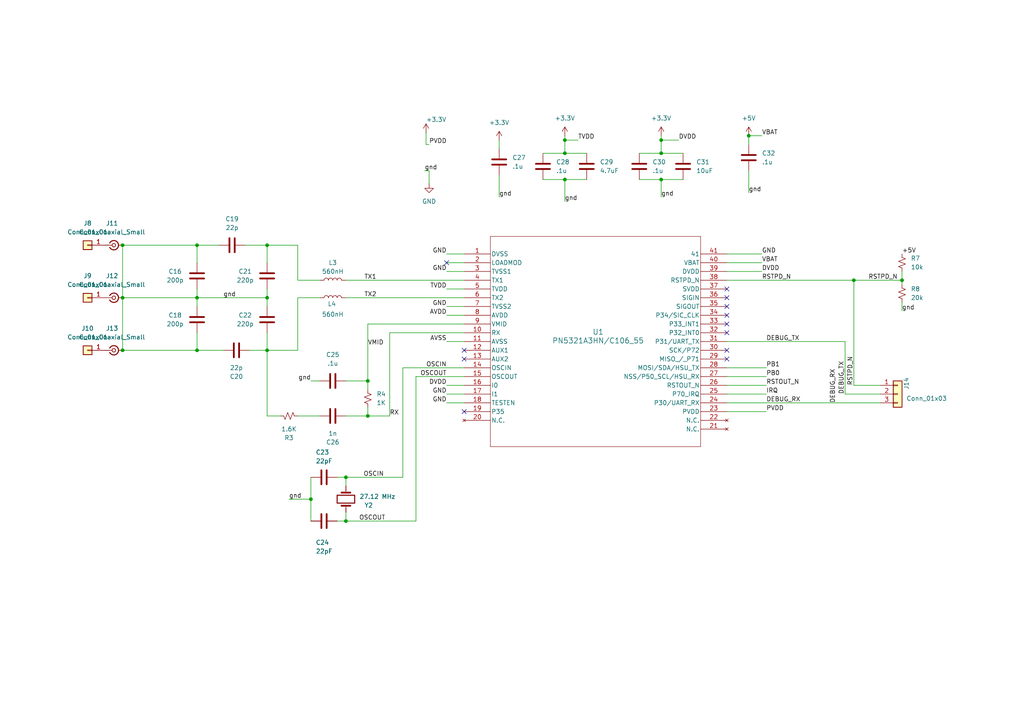
<source format=kicad_sch>
(kicad_sch (version 20231120) (generator "eeschema") (generator_version "8.0")
  (paper "A4")
  (lib_symbols
    (symbol "Connector:Conn_Coaxial_Small" (pin_numbers hide) (pin_names (offset 1.016) hide)
      (property "Reference" "J" (at 0.254 3.048 0))
      (property "Value" "Conn_Coaxial_Small" (at 0 -3.81 0))
      (symbol "Conn_Coaxial_Small_0_1"
        (polyline (pts (xy -2.54 0) (xy -0.508 0)))
        (circle (center 0 0) (radius 0.508) (stroke (width 0.2032)))
      )
      (symbol "Conn_Coaxial_Small_1_1"
        (arc (start -1.1916 -0.6311) (mid 0.327 -1.3081) (end 1.3484 0.0039) (stroke (width 0.3048)))
        (arc (start 1.3484 -0.0039) (mid 0.327 1.3081) (end -1.1916 0.6311) (stroke (width 0.3048)))
        (pin passive line (at -2.54 0 0) (length 1.27) (name "In") (number "1"))
        (pin passive line (at 2.54 0 180) (length 1.27) (name "Ext") (number "2"))
      )
    )
    (symbol "Connector_Generic:Conn_01x01" (pin_names (offset 1.016) hide)
      (property "Reference" "J" (at 0 2.54 0))
      (property "Value" "Conn_01x01" (at 0 -2.54 0))
      (symbol "Conn_01x01_1_1"
        (rectangle (start -1.27 0.127) (end 0 -0.127) (stroke (width 0.1524)))
        (rectangle (start -1.27 1.27) (end 1.27 -1.27) (stroke (width 0.254)) (fill (type background)))
        (pin passive line (at -5.08 0 0) (length 3.81) (name "Pin_1") (number "1"))
      )
    )
    (symbol "Connector_Generic:Conn_01x03" (pin_names (offset 1.016) hide)
      (property "Reference" "J" (at 0 5.08 0))
      (property "Value" "Conn_01x03" (at 0 -5.08 0))
      (symbol "Conn_01x03_1_1"
        (rectangle (start -1.27 -2.413) (end 0 -2.667) (stroke (width 0.1524)))
        (rectangle (start -1.27 0.127) (end 0 -0.127) (stroke (width 0.1524)))
        (rectangle (start -1.27 2.667) (end 0 2.413) (stroke (width 0.1524)))
        (rectangle (start -1.27 3.81) (end 1.27 -3.81) (stroke (width 0.254)) (fill (type background)))
        (pin passive line (at -5.08 2.54 0) (length 3.81) (name "Pin_1") (number "1"))
        (pin passive line (at -5.08 0 0) (length 3.81) (name "Pin_2") (number "2"))
        (pin passive line (at -5.08 -2.54 0) (length 3.81) (name "Pin_3") (number "3"))
      )
    )
    (symbol "Device:C" (pin_numbers hide) (pin_names (offset 0.254))
      (property "Reference" "C" (at 0.635 2.54 0))
      (property "Value" "C" (at 0.635 -2.54 0))
      (symbol "C_0_1"
        (polyline (pts (xy -2.032 -0.762) (xy 2.032 -0.762)) (stroke (width 0.508)))
        (polyline (pts (xy -2.032 0.762) (xy 2.032 0.762)) (stroke (width 0.508)))
      )
      (symbol "C_1_1"
        (pin passive line (at 0 3.81 270) (length 2.794) (name "~") (number "1"))
        (pin passive line (at 0 -3.81 90) (length 2.794) (name "~") (number "2"))
      )
    )
    (symbol "Device:Crystal" (pin_numbers hide) (pin_names (offset 1.016) hide)
      (property "Reference" "Y" (at 0 3.81 0))
      (property "Value" "Crystal" (at 0 -3.81 0))
      (symbol "Crystal_0_1"
        (rectangle (start -1.143 2.54) (end 1.143 -2.54) (stroke (width 0.3048)))
        (polyline (pts (xy -2.54 0) (xy -1.905 0)))
        (polyline (pts (xy -1.905 -1.27) (xy -1.905 1.27)) (stroke (width 0.508)))
        (polyline (pts (xy 1.905 -1.27) (xy 1.905 1.27)) (stroke (width 0.508)))
        (polyline (pts (xy 2.54 0) (xy 1.905 0)))
      )
      (symbol "Crystal_1_1"
        (pin passive line (at -3.81 0 0) (length 1.27) (name "1") (number "1"))
        (pin passive line (at 3.81 0 180) (length 1.27) (name "2") (number "2"))
      )
    )
    (symbol "Device:L" (pin_numbers hide) (pin_names (offset 1.016) hide)
      (property "Reference" "L" (at -1.27 0 90))
      (property "Value" "L" (at 1.905 0 90))
      (symbol "L_0_1"
        (arc (start 0 -2.54) (mid 0.6323 -1.905) (end 0 -1.27))
        (arc (start 0 -1.27) (mid 0.6323 -0.635) (end 0 0))
        (arc (start 0 0) (mid 0.6323 0.635) (end 0 1.27))
        (arc (start 0 1.27) (mid 0.6323 1.905) (end 0 2.54))
      )
      (symbol "L_1_1"
        (pin passive line (at 0 3.81 270) (length 1.27) (name "1") (number "1"))
        (pin passive line (at 0 -3.81 90) (length 1.27) (name "2") (number "2"))
      )
    )
    (symbol "Device:R_Small_US" (pin_numbers hide) (pin_names (offset 0.254) hide)
      (property "Reference" "R" (at 0.762 0.508 0))
      (property "Value" "R_Small_US" (at 0.762 -1.016 0))
      (symbol "R_Small_US_1_1"
        (polyline (pts (xy 0 0) (xy 1.016 -0.381) (xy 0 -0.762) (xy -1.016 -1.143) (xy 0 -1.524)))
        (polyline (pts (xy 0 1.524) (xy 1.016 1.143) (xy 0 0.762) (xy -1.016 0.381) (xy 0 0)))
        (pin passive line (at 0 2.54 270) (length 1.016) (name "~") (number "1"))
        (pin passive line (at 0 -2.54 90) (length 1.016) (name "~") (number "2"))
      )
    )
    (symbol "Orb_library:PN5321A3HN_C106_55" (pin_names (offset 0.254))
      (property "Reference" "U2" (at 38.862 -22.606 0))
      (property "Value" "PN5321A3HN/C106_55" (at 38.862 -25.146 0))
      (symbol "PN5321A3HN_C106_55_0_1"
        (polyline (pts (xy 7.62 -55.88) (xy 68.58 -55.88)) (stroke (width 0.127)))
        (polyline (pts (xy 7.62 5.08) (xy 7.62 -55.88)) (stroke (width 0.127)))
        (polyline (pts (xy 68.58 -55.88) (xy 68.58 5.08)) (stroke (width 0.127)))
        (polyline (pts (xy 68.58 5.08) (xy 7.62 5.08)) (stroke (width 0.127)))
        (pin power_out line (at 0 0 0) (length 7.62) (name "DVSS") (number "1"))
        (pin input line (at 0 -22.86 0) (length 7.62) (name "RX") (number "10"))
        (pin power_out line (at 0 -25.4 0) (length 7.62) (name "AVSS") (number "11"))
        (pin bidirectional line (at 0 -27.94 0) (length 7.62) (name "AUX1") (number "12"))
        (pin bidirectional line (at 0 -30.48 0) (length 7.62) (name "AUX2") (number "13"))
        (pin input line (at 0 -33.02 0) (length 7.62) (name "OSCIN") (number "14"))
        (pin output line (at 0 -35.56 0) (length 7.62) (name "OSCOUT") (number "15"))
        (pin input line (at 0 -38.1 0) (length 7.62) (name "I0") (number "16"))
        (pin input line (at 0 -40.64 0) (length 7.62) (name "I1") (number "17"))
        (pin input line (at 0 -43.18 0) (length 7.62) (name "TESTEN") (number "18"))
        (pin bidirectional line (at 0 -45.72 0) (length 7.62) (name "P35") (number "19"))
        (pin output line (at 0 -2.54 0) (length 7.62) (name "LOADMOD") (number "2"))
        (pin no_connect line (at 0 -48.26 0) (length 7.62) (name "N.C.") (number "20"))
        (pin no_connect line (at 76.2 -50.8 180) (length 7.62) (name "N.C.") (number "21"))
        (pin no_connect line (at 76.2 -48.26 180) (length 7.62) (name "N.C.") (number "22"))
        (pin power_in line (at 76.2 -45.72 180) (length 7.62) (name "PVDD") (number "23"))
        (pin bidirectional line (at 76.2 -43.18 180) (length 7.62) (name "P30/UART_RX") (number "24"))
        (pin bidirectional line (at 76.2 -40.64 180) (length 7.62) (name "P70_IRQ") (number "25"))
        (pin output line (at 76.2 -38.1 180) (length 7.62) (name "RSTOUT_N") (number "26"))
        (pin bidirectional line (at 76.2 -35.56 180) (length 7.62) (name "NSS/P50_SCL/HSU_RX") (number "27"))
        (pin bidirectional line (at 76.2 -33.02 180) (length 7.62) (name "MOSI/SDA/HSU_TX") (number "28"))
        (pin bidirectional line (at 76.2 -30.48 180) (length 7.62) (name "MISO_/_P71") (number "29"))
        (pin power_out line (at 0 -5.08 0) (length 7.62) (name "TVSS1") (number "3"))
        (pin bidirectional line (at 76.2 -27.94 180) (length 7.62) (name "SCK/P72") (number "30"))
        (pin bidirectional line (at 76.2 -25.4 180) (length 7.62) (name "P31/UART_TX") (number "31"))
        (pin bidirectional line (at 76.2 -22.86 180) (length 7.62) (name "P32_INT0") (number "32"))
        (pin bidirectional line (at 76.2 -20.32 180) (length 7.62) (name "P33_INT1") (number "33"))
        (pin bidirectional line (at 76.2 -17.78 180) (length 7.62) (name "P34/SIC_CLK") (number "34"))
        (pin output line (at 76.2 -15.24 180) (length 7.62) (name "SIGOUT") (number "35"))
        (pin input line (at 76.2 -12.7 180) (length 7.62) (name "SIGIN") (number "36"))
        (pin power_in line (at 76.2 -10.16 180) (length 7.62) (name "SVDD") (number "37"))
        (pin input line (at 76.2 -7.62 180) (length 7.62) (name "RSTPD_N") (number "38"))
        (pin power_in line (at 76.2 -5.08 180) (length 7.62) (name "DVDD") (number "39"))
        (pin bidirectional line (at 0 -7.62 0) (length 7.62) (name "TX1") (number "4"))
        (pin unspecified line (at 76.2 0 180) (length 7.62) (name "41") (number "41"))
        (pin power_in line (at 0 -10.16 0) (length 7.62) (name "TVDD") (number "5"))
        (pin bidirectional line (at 0 -12.7 0) (length 7.62) (name "TX2") (number "6"))
        (pin power_out line (at 0 -15.24 0) (length 7.62) (name "TVSS2") (number "7"))
        (pin power_in line (at 0 -17.78 0) (length 7.62) (name "AVDD") (number "8"))
        (pin output line (at 0 -20.32 0) (length 7.62) (name "VMID") (number "9"))
      )
      (symbol "PN5321A3HN_C106_55_1_1"
        (pin power_in line (at 76.2 -2.54 180) (length 7.62) (name "VBAT") (number "40"))
      )
    )
    (symbol "power:+3.3V" (power) (pin_numbers hide) (pin_names (offset 0) hide)
      (property "Value" "+3.3V" (at 0 3.556 0))
      (symbol "+3.3V_0_1"
        (polyline (pts (xy -0.762 1.27) (xy 0 2.54)))
        (polyline (pts (xy 0 0) (xy 0 2.54)))
        (polyline (pts (xy 0 2.54) (xy 0.762 1.27)))
      )
      (symbol "+3.3V_1_1"
        (pin power_in line (at 0 0 90) (length 0) (name "~") (number "1"))
      )
    )
    (symbol "power:GND" (power) (pin_numbers hide) (pin_names (offset 0) hide)
      (property "Value" "GND" (at 0 -3.81 0))
      (symbol "GND_0_1"
        (polyline (pts (xy 0 0) (xy 0 -1.27) (xy 1.27 -1.27) (xy 0 -2.54) (xy -1.27 -1.27) (xy 0 -1.27)))
      )
      (symbol "GND_1_1"
        (pin power_in line (at 0 0 270) (length 0) (name "~") (number "1"))
      )
    )
  )
  (junction (at 57.15 71.12))
  (junction (at 163.83 40.64))
  (junction (at 77.47 86.36))
  (junction (at 100.33 138.43))
  (junction (at 191.77 40.64))
  (junction (at 247.65 81.28))
  (junction (at 191.77 52.07))
  (junction (at 77.47 101.6))
  (junction (at 57.15 86.36))
  (junction (at 57.15 101.6))
  (junction (at 35.56 86.36))
  (junction (at 77.47 71.12))
  (junction (at 163.83 44.45))
  (junction (at 261.62 81.28))
  (junction (at 100.33 151.13))
  (junction (at 90.17 144.78))
  (junction (at 191.77 44.45))
  (junction (at 35.56 101.6))
  (junction (at 106.68 110.49))
  (junction (at 35.56 71.12))
  (junction (at 106.68 120.65))
  (junction (at 217.17 39.37))
  (junction (at 163.83 52.07))
  (no_connect (at 210.82 104.14))
  (no_connect (at 210.82 96.52))
  (no_connect (at 129.54 76.2))
  (no_connect (at 134.62 104.14))
  (no_connect (at 134.62 101.6))
  (no_connect (at 134.62 119.38))
  (no_connect (at 210.82 101.6))
  (no_connect (at 210.82 91.44))
  (no_connect (at 210.82 86.36))
  (no_connect (at 210.82 93.98))
  (no_connect (at 210.82 83.82))
  (no_connect (at 210.82 88.9))
  (wire (pts (xy 163.83 40.64) (xy 167.64 40.64)))
  (wire (pts (xy 77.47 83.82) (xy 77.47 86.36)))
  (wire (pts (xy 35.56 71.12) (xy 35.56 86.36)))
  (wire (pts (xy 113.03 96.52) (xy 134.62 96.52)))
  (wire (pts (xy 90.17 110.49) (xy 92.71 110.49)))
  (wire (pts (xy 217.17 49.53) (xy 217.17 55.88)))
  (wire (pts (xy 106.68 93.98) (xy 134.62 93.98)))
  (wire (pts (xy 210.82 116.84) (xy 255.27 116.84)))
  (wire (pts (xy 129.54 91.44) (xy 134.62 91.44)))
  (wire (pts (xy 247.65 111.76) (xy 255.27 111.76)))
  (wire (pts (xy 77.47 101.6) (xy 86.36 101.6)))
  (wire (pts (xy 57.15 76.2) (xy 57.15 71.12)))
  (wire (pts (xy 210.82 119.38) (xy 222.25 119.38)))
  (wire (pts (xy 144.78 50.8) (xy 144.78 57.15)))
  (wire (pts (xy 57.15 86.36) (xy 35.56 86.36)))
  (wire (pts (xy 86.36 86.36) (xy 92.71 86.36)))
  (wire (pts (xy 120.65 109.22) (xy 134.62 109.22)))
  (wire (pts (xy 124.46 49.53) (xy 124.46 53.34)))
  (wire (pts (xy 86.36 101.6) (xy 86.36 86.36)))
  (wire (pts (xy 191.77 44.45) (xy 198.12 44.45)))
  (wire (pts (xy 57.15 86.36) (xy 77.47 86.36)))
  (wire (pts (xy 77.47 96.52) (xy 77.47 101.6)))
  (wire (pts (xy 57.15 96.52) (xy 57.15 101.6)))
  (wire (pts (xy 90.17 144.78) (xy 83.82 144.78)))
  (wire (pts (xy 261.62 81.28) (xy 261.62 82.55)))
  (wire (pts (xy 210.82 81.28) (xy 247.65 81.28)))
  (wire (pts (xy 57.15 101.6) (xy 64.77 101.6)))
  (wire (pts (xy 116.84 106.68) (xy 134.62 106.68)))
  (wire (pts (xy 106.68 110.49) (xy 106.68 113.03)))
  (wire (pts (xy 261.62 90.17) (xy 261.62 87.63)))
  (wire (pts (xy 191.77 52.07) (xy 198.12 52.07)))
  (wire (pts (xy 129.54 88.9) (xy 134.62 88.9)))
  (wire (pts (xy 129.54 76.2) (xy 134.62 76.2)))
  (wire (pts (xy 247.65 81.28) (xy 261.62 81.28)))
  (wire (pts (xy 210.82 78.74) (xy 220.98 78.74)))
  (wire (pts (xy 191.77 40.64) (xy 196.85 40.64)))
  (wire (pts (xy 163.83 52.07) (xy 157.48 52.07)))
  (wire (pts (xy 123.571 41.91) (xy 123.571 38.481)))
  (wire (pts (xy 106.68 120.65) (xy 113.03 120.65)))
  (wire (pts (xy 191.77 52.07) (xy 185.42 52.07)))
  (wire (pts (xy 100.33 151.13) (xy 120.65 151.13)))
  (wire (pts (xy 163.83 52.07) (xy 170.18 52.07)))
  (wire (pts (xy 129.54 99.06) (xy 134.62 99.06)))
  (wire (pts (xy 77.47 71.12) (xy 77.47 76.2)))
  (wire (pts (xy 185.42 44.45) (xy 191.77 44.45)))
  (wire (pts (xy 116.84 106.68) (xy 116.84 138.43)))
  (wire (pts (xy 86.36 120.65) (xy 92.71 120.65)))
  (wire (pts (xy 100.33 110.49) (xy 106.68 110.49)))
  (wire (pts (xy 72.39 101.6) (xy 77.47 101.6)))
  (wire (pts (xy 100.33 140.97) (xy 100.33 138.43)))
  (wire (pts (xy 129.54 78.74) (xy 134.62 78.74)))
  (wire (pts (xy 124.46 49.53) (xy 123.19 49.53)))
  (wire (pts (xy 77.47 86.36) (xy 77.47 88.9)))
  (wire (pts (xy 247.65 111.76) (xy 247.65 81.28)))
  (wire (pts (xy 163.83 44.45) (xy 157.48 44.45)))
  (wire (pts (xy 35.56 101.6) (xy 57.15 101.6)))
  (wire (pts (xy 100.33 138.43) (xy 97.79 138.43)))
  (wire (pts (xy 191.77 40.64) (xy 191.77 44.45)))
  (wire (pts (xy 100.33 81.28) (xy 134.62 81.28)))
  (wire (pts (xy 217.17 39.37) (xy 220.98 39.37)))
  (wire (pts (xy 120.65 151.13) (xy 120.65 109.22)))
  (wire (pts (xy 129.54 114.3) (xy 134.62 114.3)))
  (wire (pts (xy 100.33 120.65) (xy 106.68 120.65)))
  (wire (pts (xy 210.82 114.3) (xy 222.25 114.3)))
  (wire (pts (xy 100.33 151.13) (xy 97.79 151.13)))
  (wire (pts (xy 210.82 106.68) (xy 222.25 106.68)))
  (wire (pts (xy 210.82 111.76) (xy 222.25 111.76)))
  (wire (pts (xy 191.77 39.37) (xy 191.77 40.64)))
  (wire (pts (xy 163.83 40.64) (xy 163.83 44.45)))
  (wire (pts (xy 245.11 114.3) (xy 255.27 114.3)))
  (wire (pts (xy 86.36 71.12) (xy 77.47 71.12)))
  (wire (pts (xy 129.54 111.76) (xy 134.62 111.76)))
  (wire (pts (xy 217.17 39.37) (xy 217.17 41.91)))
  (wire (pts (xy 163.83 39.37) (xy 163.83 40.64)))
  (wire (pts (xy 144.78 40.64) (xy 144.78 43.18)))
  (wire (pts (xy 35.56 86.36) (xy 35.56 101.6)))
  (wire (pts (xy 191.77 52.07) (xy 191.77 57.15)))
  (wire (pts (xy 77.47 101.6) (xy 77.47 120.65)))
  (wire (pts (xy 57.15 71.12) (xy 35.56 71.12)))
  (wire (pts (xy 81.28 120.65) (xy 77.47 120.65)))
  (wire (pts (xy 163.83 52.07) (xy 163.83 58.42)))
  (wire (pts (xy 90.17 144.78) (xy 90.17 151.13)))
  (wire (pts (xy 63.5 71.12) (xy 57.15 71.12)))
  (wire (pts (xy 106.68 93.98) (xy 106.68 110.49)))
  (wire (pts (xy 57.15 88.9) (xy 57.15 86.36)))
  (wire (pts (xy 100.33 148.59) (xy 100.33 151.13)))
  (wire (pts (xy 245.11 114.3) (xy 245.11 99.06)))
  (wire (pts (xy 100.33 138.43) (xy 116.84 138.43)))
  (wire (pts (xy 261.62 78.74) (xy 261.62 81.28)))
  (wire (pts (xy 106.68 118.11) (xy 106.68 120.65)))
  (wire (pts (xy 113.03 120.65) (xy 113.03 96.52)))
  (wire (pts (xy 71.12 71.12) (xy 77.47 71.12)))
  (wire (pts (xy 124.46 41.91) (xy 123.571 41.91)))
  (wire (pts (xy 210.82 99.06) (xy 245.11 99.06)))
  (wire (pts (xy 57.15 83.82) (xy 57.15 86.36)))
  (wire (pts (xy 210.82 76.2) (xy 220.98 76.2)))
  (wire (pts (xy 92.71 81.28) (xy 86.36 81.28)))
  (wire (pts (xy 170.18 44.45) (xy 163.83 44.45)))
  (wire (pts (xy 100.33 86.36) (xy 134.62 86.36)))
  (wire (pts (xy 86.36 81.28) (xy 86.36 71.12)))
  (wire (pts (xy 210.82 109.22) (xy 222.25 109.22)))
  (wire (pts (xy 129.54 116.84) (xy 134.62 116.84)))
  (wire (pts (xy 129.54 73.66) (xy 134.62 73.66)))
  (wire (pts (xy 90.17 138.43) (xy 90.17 144.78)))
  (wire (pts (xy 210.82 73.66) (xy 220.98 73.66)))
  (wire (pts (xy 129.54 83.82) (xy 134.62 83.82)))
  (label "RSTOUT_N" (at 222.25 111.76 0))
  (label "TVDD" (at 129.54 83.82 180))
  (label "gnd" (at 163.83 58.42 0))
  (label "GND" (at 220.98 73.66 0))
  (label "OSCOUT" (at 104.14 151.13 0))
  (label "TX2" (at 109.22 86.36 180))
  (label "RSTPD_N" (at 260.35 81.28 180))
  (label "+5V" (at 261.62 73.66 0))
  (label "GND" (at 129.54 116.84 180))
  (label "TVDD" (at 167.64 40.64 0))
  (label "DEBUG_TX" (at 222.25 99.06 0))
  (label "IRQ" (at 222.25 114.3 0))
  (label "GND" (at 129.54 73.66 180))
  (label "AVSS" (at 129.54 99.06 180))
  (label "DEBUG_RX" (at 222.25 116.84 0))
  (label "PB1" (at 222.25 106.68 0))
  (label "DVDD" (at 196.85 40.64 0))
  (label "PVDD" (at 222.25 119.38 0))
  (label "DVDD" (at 129.54 111.76 180))
  (label "PB0" (at 222.25 109.22 0))
  (label "VMID" (at 106.68 100.33 0))
  (label "GND" (at 129.54 114.3 180))
  (label "VBAT" (at 220.98 76.2 0))
  (label "gnd" (at 217.17 55.88 0))
  (label "RSTPD_N" (at 247.65 111.76 90))
  (label "gnd" (at 83.82 144.78 0))
  (label "GND" (at 129.54 78.74 180))
  (label "RX" (at 113.03 120.65 0))
  (label "OSCOUT" (at 129.54 109.22 180))
  (label "AVDD" (at 129.54 91.44 180))
  (label "OSCIN" (at 105.41 138.43 0))
  (label "VBAT" (at 220.98 39.37 0))
  (label "RSTPD_N" (at 220.98 81.28 0))
  (label "GND" (at 129.54 88.9 180))
  (label "gnd" (at 64.77 86.36 0))
  (label "gnd" (at 191.77 57.15 0))
  (label "OSCIN" (at 129.54 106.68 180))
  (label "DEBUG_RX" (at 242.57 116.84 90))
  (label "gnd" (at 90.17 110.49 180))
  (label "DEBUG_TX" (at 245.11 114.3 90))
  (label "gnd" (at 144.78 57.15 0))
  (label "TX1" (at 109.22 81.28 180))
  (label "PVDD" (at 124.46 41.91 0))
  (label "gnd" (at 261.62 90.17 0))
  (label "DVDD" (at 220.98 78.74 0))
  (label "gnd" (at 123.19 49.53 0))
  (symbol (lib_id "Connector:Conn_Coaxial_Small") (at 33.02 101.6 0) (unit 1)
    (property "Reference" "J13" (at 32.5004 95.25 0))
    (property "Value" "Conn_Coaxial_Small" (at 32.5004 97.79 0))
    (property "Footprint" "Connector_Coaxial:U.FL_Hirose_U.FL-R-SMT-1_Vertical" (effects (hide yes)))
    (property "Description" "small coaxial connector (BNC, SMA, SMB, SMC, Cinch/RCA, LEMO, ...)" (effects (hide yes)))
  )
  (symbol (lib_id "Connector_Generic:Conn_01x03") (at 260.35 114.3 0) (unit 1)
    (property "Reference" "J14" (at 262.89 113.0299 90) (effects (justify left)))
    (property "Value" "Conn_01x03" (at 262.89 115.5699 0) (effects (justify left)))
    (property "Footprint" "Connector_PinHeader_2.54mm:PinHeader_1x03_P2.54mm_Vertical_SMD_Pin1Left" (effects (hide yes)))
    (property "Description" "Generic connector, single row, 01x03, script generated (kicad-library-utils/schlib/autogen/connector/)" (effects (hide yes)))
  )
  (symbol (lib_id "Device:C") (at 96.52 120.65 90) (mirror x) (unit 1)
    (property "Reference" "C26" (at 96.52 128.27 90))
    (property "Value" "1n" (at 96.52 125.73 90))
    (property "Footprint" "Capacitor_SMD:C_0805_2012Metric_Pad1.18x1.45mm_HandSolder" (effects (hide yes)))
    (property "Description" "Unpolarized capacitor" (effects (hide yes)))
  )
  (symbol (lib_id "Device:C") (at 57.15 80.01 0) (mirror y) (unit 1)
    (property "Reference" "C16" (at 50.8 78.74 0))
    (property "Value" "200p" (at 50.8 81.28 0))
    (property "Footprint" "Capacitor_SMD:C_0805_2012Metric_Pad1.18x1.45mm_HandSolder" (effects (hide yes)))
    (property "Description" "Unpolarized capacitor" (effects (hide yes)))
  )
  (symbol (lib_id "Connector:Conn_Coaxial_Small") (at 33.02 86.36 0) (unit 1)
    (property "Reference" "J12" (at 32.5004 80.01 0))
    (property "Value" "Conn_Coaxial_Small" (at 32.5004 82.55 0))
    (property "Footprint" "Connector_Coaxial:U.FL_Hirose_U.FL-R-SMT-1_Vertical" (effects (hide yes)))
    (property "Description" "small coaxial connector (BNC, SMA, SMB, SMC, Cinch/RCA, LEMO, ...)" (effects (hide yes)))
  )
  (symbol (lib_id "Device:C") (at 198.12 48.26 0) (unit 1)
    (property "Reference" "C31" (at 201.93 46.9899 0) (effects (justify left)))
    (property "Value" "10uF" (at 201.93 49.5299 0) (effects (justify left)))
    (property "Footprint" "Capacitor_SMD:C_0805_2012Metric_Pad1.18x1.45mm_HandSolder" (effects (hide yes)))
    (property "Description" "Unpolarized capacitor" (effects (hide yes)))
  )
  (symbol (lib_id "Device:C") (at 170.18 48.26 0) (unit 1)
    (property "Reference" "C29" (at 173.99 46.9899 0) (effects (justify left)))
    (property "Value" "4.7uF" (at 173.99 49.5299 0) (effects (justify left)))
    (property "Footprint" "Capacitor_SMD:C_0805_2012Metric_Pad1.18x1.45mm_HandSolder" (effects (hide yes)))
    (property "Description" "Unpolarized capacitor" (effects (hide yes)))
  )
  (symbol (lib_id "Device:C") (at 185.42 48.26 0) (unit 1)
    (property "Reference" "C30" (at 189.23 46.9899 0) (effects (justify left)))
    (property "Value" ".1u" (at 189.23 49.5299 0) (effects (justify left)))
    (property "Footprint" "Capacitor_SMD:C_0805_2012Metric_Pad1.18x1.45mm_HandSolder" (effects (hide yes)))
    (property "Description" "Unpolarized capacitor" (effects (hide yes)))
  )
  (symbol (lib_id "Device:R_Small_US") (at 261.62 85.09 0) (unit 1)
    (property "Reference" "R8" (at 264.16 83.8199 0) (effects (justify left)))
    (property "Value" "20k" (at 264.16 86.3599 0) (effects (justify left)))
    (property "Footprint" "Resistor_SMD:R_0805_2012Metric_Pad1.20x1.40mm_HandSolder" (effects (hide yes)))
    (property "Description" "Resistor, small US symbol" (effects (hide yes)))
  )
  (symbol (lib_id "Device:Crystal") (at 100.33 144.78 270) (unit 1)
    (property "Reference" "Y2" (at 106.934 146.558 90))
    (property "Value" "27.12 MHz" (at 109.474 144.018 90))
    (property "Description" "Two pin crystal" (effects (hide yes)))
  )
  (symbol (lib_id "Connector_Generic:Conn_01x01") (at 25.4 101.6 180) (unit 1)
    (property "Reference" "J10" (at 25.4 95.25 0))
    (property "Value" "Conn_01x01" (at 25.4 97.79 0))
    (property "Footprint" "Connector_PinHeader_2.54mm:PinHeader_1x01_P2.54mm_Vertical" (effects (hide yes)))
    (property "Description" "Generic connector, single row, 01x01, script generated (kicad-library-utils/schlib/autogen/connector/)" (effects (hide yes)))
  )
  (symbol (lib_id "Device:L") (at 96.52 81.28 90) (unit 1)
    (property "Reference" "L3" (at 96.52 76.2 90))
    (property "Value" "560nH" (at 96.52 78.74 90))
    (property "Footprint" "Inductor_SMD:L_0805_2012Metric_Pad1.15x1.40mm_HandSolder" (effects (hide yes)))
    (property "Description" "Inductor" (effects (hide yes)))
  )
  (symbol (lib_id "Device:C") (at 77.47 80.01 0) (mirror y) (unit 1)
    (property "Reference" "C21" (at 71.12 78.74 0))
    (property "Value" "220p" (at 71.12 81.28 0))
    (property "Footprint" "Capacitor_SMD:C_0805_2012Metric_Pad1.18x1.45mm_HandSolder" (effects (hide yes)))
    (property "Description" "Unpolarized capacitor" (effects (hide yes)))
  )
  (symbol (lib_id "Connector_Generic:Conn_01x01") (at 25.4 86.36 180) (unit 1)
    (property "Reference" "J9" (at 25.4 80.01 0))
    (property "Value" "Conn_01x01" (at 25.4 82.55 0))
    (property "Footprint" "Connector_PinHeader_2.54mm:PinHeader_1x01_P2.54mm_Vertical" (effects (hide yes)))
    (property "Description" "Generic connector, single row, 01x01, script generated (kicad-library-utils/schlib/autogen/connector/)" (effects (hide yes)))
  )
  (symbol (lib_id "power:+3.3V") (at 217.17 39.37 0) (unit 1)
    (property "Reference" "#PWR012" (effects (hide yes)))
    (property "Value" "+5V" (at 217.17 34.29 0))
    (property "Description" "Power symbol creates a global label with name \"+3.3V\"" (effects (hide yes)))
  )
  (symbol (lib_id "Device:L") (at 96.52 86.36 90) (unit 1)
    (property "Reference" "L4" (at 96.266 88.138 90))
    (property "Value" "560nH" (at 96.52 91.186 90))
    (property "Footprint" "Inductor_SMD:L_0805_2012Metric_Pad1.15x1.40mm_HandSolder" (effects (hide yes)))
    (property "Description" "Inductor" (effects (hide yes)))
  )
  (symbol (lib_id "Device:C") (at 217.17 45.72 0) (unit 1)
    (property "Reference" "C32" (at 220.98 44.4499 0) (effects (justify left)))
    (property "Value" ".1u" (at 220.98 46.9899 0) (effects (justify left)))
    (property "Footprint" "Capacitor_SMD:C_0805_2012Metric_Pad1.18x1.45mm_HandSolder" (effects (hide yes)))
    (property "Description" "Unpolarized capacitor" (effects (hide yes)))
  )
  (symbol (lib_id "Connector_Generic:Conn_01x01") (at 25.4 71.12 180) (unit 1)
    (property "Reference" "J8" (at 25.4 64.77 0))
    (property "Value" "Conn_01x01" (at 25.4 67.31 0))
    (property "Footprint" "Connector_PinHeader_2.54mm:PinHeader_1x01_P2.54mm_Vertical" (effects (hide yes)))
    (property "Description" "Generic connector, single row, 01x01, script generated (kicad-library-utils/schlib/autogen/connector/)" (effects (hide yes)))
  )
  (symbol (lib_id "Device:R_Small_US") (at 106.68 115.57 0) (unit 1)
    (property "Reference" "R4" (at 109.22 114.2999 0) (effects (justify left)))
    (property "Value" "1K" (at 109.22 116.8399 0) (effects (justify left)))
    (property "Footprint" "Resistor_SMD:R_0805_2012Metric_Pad1.20x1.40mm_HandSolder" (effects (hide yes)))
    (property "Description" "Resistor, small US symbol" (effects (hide yes)))
  )
  (symbol (lib_id "Device:C") (at 68.58 101.6 90) (mirror x) (unit 1)
    (property "Reference" "C20" (at 68.58 109.22 90))
    (property "Value" "22p" (at 68.58 106.68 90))
    (property "Footprint" "Capacitor_SMD:C_0805_2012Metric_Pad1.18x1.45mm_HandSolder" (effects (hide yes)))
    (property "Description" "Unpolarized capacitor" (effects (hide yes)))
  )
  (symbol (lib_id "power:+3.3V") (at 123.571 38.481 0) (unit 1)
    (property "Reference" "#PWR05" (effects (hide yes)))
    (property "Value" "+3.3V" (at 123.5709 34.671 0) (effects (justify left)))
    (property "Description" "Power symbol creates a global label with name \"+3.3V\"" (effects (hide yes)))
  )
  (symbol (lib_id "power:+3.3V") (at 144.78 40.64 0) (unit 1)
    (property "Reference" "#PWR09" (effects (hide yes)))
    (property "Value" "+3.3V" (at 144.78 35.56 0))
    (property "Description" "Power symbol creates a global label with name \"+3.3V\"" (effects (hide yes)))
  )
  (symbol (lib_id "Device:C") (at 157.48 48.26 0) (unit 1)
    (property "Reference" "C28" (at 161.29 46.9899 0) (effects (justify left)))
    (property "Value" ".1u" (at 161.29 49.5299 0) (effects (justify left)))
    (property "Footprint" "Capacitor_SMD:C_0805_2012Metric_Pad1.18x1.45mm_HandSolder" (effects (hide yes)))
    (property "Description" "Unpolarized capacitor" (effects (hide yes)))
  )
  (symbol (lib_id "Device:R_Small_US") (at 261.62 76.2 0) (unit 1)
    (property "Reference" "R7" (at 264.16 74.9299 0) (effects (justify left)))
    (property "Value" "10k" (at 264.16 77.4699 0) (effects (justify left)))
    (property "Footprint" "Resistor_SMD:R_0805_2012Metric_Pad1.20x1.40mm_HandSolder" (effects (hide yes)))
    (property "Description" "Resistor, small US symbol" (effects (hide yes)))
  )
  (symbol (lib_id "Device:C") (at 57.15 92.71 0) (mirror y) (unit 1)
    (property "Reference" "C18" (at 50.8 91.44 0))
    (property "Value" "200p" (at 50.8 93.98 0))
    (property "Footprint" "Capacitor_SMD:C_0805_2012Metric_Pad1.18x1.45mm_HandSolder" (effects (hide yes)))
    (property "Description" "Unpolarized capacitor" (effects (hide yes)))
  )
  (symbol (lib_id "Device:R_Small_US") (at 83.82 120.65 90) (mirror x) (unit 1)
    (property "Reference" "R3" (at 83.82 127 90))
    (property "Value" "1.6K" (at 83.82 124.46 90))
    (property "Footprint" "Resistor_SMD:R_0805_2012Metric_Pad1.20x1.40mm_HandSolder" (effects (hide yes)))
    (property "Description" "Resistor, small US symbol" (effects (hide yes)))
  )
  (symbol (lib_id "power:+3.3V") (at 191.77 39.37 0) (unit 1)
    (property "Reference" "#PWR011" (effects (hide yes)))
    (property "Value" "+3.3V" (at 191.77 34.29 0))
    (property "Description" "Power symbol creates a global label with name \"+3.3V\"" (effects (hide yes)))
  )
  (symbol (lib_id "Device:C") (at 93.98 151.13 270) (unit 1)
    (property "Reference" "C24" (at 91.567 157.3529 90) (effects (justify left)))
    (property "Value" "22pF" (at 91.567 159.8929 90) (effects (justify left)))
    (property "Footprint" "Capacitor_SMD:C_0805_2012Metric_Pad1.18x1.45mm_HandSolder" (effects (hide yes)))
    (property "Description" "Unpolarized capacitor" (effects (hide yes)))
  )
  (symbol (lib_id "Device:C") (at 93.98 138.43 270) (unit 1)
    (property "Reference" "C23" (at 91.567 131.191 90) (effects (justify left)))
    (property "Value" "22pF" (at 91.567 133.731 90) (effects (justify left)))
    (property "Footprint" "Capacitor_SMD:C_0805_2012Metric_Pad1.18x1.45mm_HandSolder" (effects (hide yes)))
    (property "Description" "Unpolarized capacitor" (effects (hide yes)))
  )
  (symbol (lib_id "Device:C") (at 144.78 46.99 0) (unit 1)
    (property "Reference" "C27" (at 148.59 45.7199 0) (effects (justify left)))
    (property "Value" ".1u" (at 148.59 48.2599 0) (effects (justify left)))
    (property "Footprint" "Capacitor_SMD:C_0805_2012Metric_Pad1.18x1.45mm_HandSolder" (effects (hide yes)))
    (property "Description" "Unpolarized capacitor" (effects (hide yes)))
  )
  (symbol (lib_id "Connector:Conn_Coaxial_Small") (at 33.02 71.12 0) (unit 1)
    (property "Reference" "J11" (at 32.5004 64.77 0))
    (property "Value" "Conn_Coaxial_Small" (at 32.5004 67.31 0))
    (property "Footprint" "Connector_Coaxial:U.FL_Hirose_U.FL-R-SMT-1_Vertical" (effects (hide yes)))
    (property "Description" "small coaxial connector (BNC, SMA, SMB, SMC, Cinch/RCA, LEMO, ...)" (effects (hide yes)))
  )
  (symbol (lib_id "power:+3.3V") (at 163.83 39.37 0) (unit 1)
    (property "Reference" "#PWR010" (effects (hide yes)))
    (property "Value" "+3.3V" (at 163.83 34.29 0))
    (property "Description" "Power symbol creates a global label with name \"+3.3V\"" (effects (hide yes)))
  )
  (symbol (lib_id "Device:C") (at 67.31 71.12 90) (unit 1)
    (property "Reference" "C19" (at 67.31 63.5 90))
    (property "Value" "22p" (at 67.31 66.04 90))
    (property "Footprint" "Capacitor_SMD:C_0805_2012Metric_Pad1.18x1.45mm_HandSolder" (effects (hide yes)))
    (property "Description" "Unpolarized capacitor" (effects (hide yes)))
  )
  (symbol (lib_id "Orb_library:PN5321A3HN_C106_55") (at 134.62 73.66 0) (unit 1)
    (property "Reference" "U1" (at 173.482 96.266 0) (effects (font (size 1.524 1.524))))
    (property "Value" "PN5321A3HN/C106_55" (at 173.482 98.806 0) (effects (font (size 1.524 1.524))))
    (property "Footprint" "PN532:QFN40G-0.5-6X6MM" (effects (hide yes)))
    (property "Datasheet" "PN5321A3HN/C106_55" (effects (hide yes)))
  )
  (symbol (lib_id "power:GND") (at 124.46 53.34 0) (unit 1)
    (property "Reference" "#PWR08" (effects (hide yes)))
    (property "Value" "GND" (at 124.46 58.42 0))
    (property "Description" "Power symbol creates a global label with name \"GND\" , ground" (effects (hide yes)))
  )
  (symbol (lib_id "Device:C") (at 96.52 110.49 270) (unit 1)
    (property "Reference" "C25" (at 96.52 102.87 90))
    (property "Value" ".1u" (at 96.52 105.41 90))
    (property "Footprint" "Capacitor_SMD:C_0805_2012Metric_Pad1.18x1.45mm_HandSolder" (effects (hide yes)))
    (property "Description" "Unpolarized capacitor" (effects (hide yes)))
  )
  (symbol (lib_id "Device:C") (at 77.47 92.71 0) (mirror y) (unit 1)
    (property "Reference" "C22" (at 71.12 91.44 0))
    (property "Value" "220p" (at 71.12 93.98 0))
    (property "Footprint" "Capacitor_SMD:C_0805_2012Metric_Pad1.18x1.45mm_HandSolder" (effects (hide yes)))
    (property "Description" "Unpolarized capacitor" (effects (hide yes)))
  )
)
</source>
